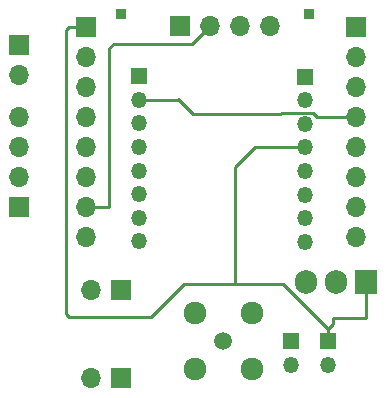
<source format=gbr>
%TF.GenerationSoftware,KiCad,Pcbnew,7.0.7*%
%TF.CreationDate,2024-01-13T12:59:24-05:00*%
%TF.ProjectId,sx7_footprints,7378375f-666f-46f7-9470-72696e74732e,rev?*%
%TF.SameCoordinates,Original*%
%TF.FileFunction,Copper,L3,Inr*%
%TF.FilePolarity,Positive*%
%FSLAX46Y46*%
G04 Gerber Fmt 4.6, Leading zero omitted, Abs format (unit mm)*
G04 Created by KiCad (PCBNEW 7.0.7) date 2024-01-13 12:59:24*
%MOMM*%
%LPD*%
G01*
G04 APERTURE LIST*
%TA.AperFunction,ComponentPad*%
%ADD10R,1.700000X1.700000*%
%TD*%
%TA.AperFunction,ComponentPad*%
%ADD11O,1.700000X1.700000*%
%TD*%
%TA.AperFunction,ComponentPad*%
%ADD12R,0.850000X0.850000*%
%TD*%
%TA.AperFunction,ComponentPad*%
%ADD13R,1.905000X2.000000*%
%TD*%
%TA.AperFunction,ComponentPad*%
%ADD14O,1.905000X2.000000*%
%TD*%
%TA.AperFunction,ComponentPad*%
%ADD15C,1.508000*%
%TD*%
%TA.AperFunction,ComponentPad*%
%ADD16C,1.920000*%
%TD*%
%TA.AperFunction,ComponentPad*%
%ADD17R,1.350000X1.350000*%
%TD*%
%TA.AperFunction,ComponentPad*%
%ADD18O,1.350000X1.350000*%
%TD*%
%TA.AperFunction,Conductor*%
%ADD19C,0.250000*%
%TD*%
G04 APERTURE END LIST*
D10*
%TO.N,N/C*%
%TO.C,PWR*%
X135763000Y-103378000D03*
D11*
X133223000Y-103378000D03*
%TD*%
D12*
%TO.N,N/C*%
%TO.C,REF\u002A\u002A*%
X135763000Y-72517000D03*
%TD*%
D10*
%TO.N,N/C*%
%TO.C,REF\u002A\u002A*%
X127127000Y-75184000D03*
D11*
X127127000Y-77724000D03*
%TD*%
D13*
%TO.N,N/C*%
%TO.C,REF\u002A\u002A*%
X156464000Y-95194000D03*
D14*
X153924000Y-95194000D03*
X151384000Y-95194000D03*
%TD*%
D15*
%TO.N,N/C*%
%TO.C,RF OUT*%
X144399000Y-100203000D03*
D16*
X141999000Y-97803000D03*
X141999000Y-102603000D03*
X146799000Y-102603000D03*
X146799000Y-97803000D03*
%TD*%
D17*
%TO.N,N/C*%
%TO.C,REF\u002A\u002A*%
X151287000Y-77821000D03*
D18*
X151287000Y-79821000D03*
X151287000Y-81821000D03*
X151287000Y-83821000D03*
X151287000Y-85821000D03*
X151287000Y-87821000D03*
X151287000Y-89821000D03*
X151287000Y-91821000D03*
%TD*%
D17*
%TO.N,N/C*%
%TO.C,REF\u002A\u002A*%
X137287000Y-77771000D03*
D18*
X137287000Y-79771000D03*
X137287000Y-81771000D03*
X137287000Y-83771000D03*
X137287000Y-85771000D03*
X137287000Y-87771000D03*
X137287000Y-89771000D03*
X137287000Y-91771000D03*
%TD*%
D10*
%TO.N,N/C*%
%TO.C,REF\u002A\u002A*%
X127127000Y-88890000D03*
D11*
X127127000Y-86350000D03*
X127127000Y-83810000D03*
X127127000Y-81270000D03*
%TD*%
D10*
%TO.N,N/C*%
%TO.C,REF\u002A\u002A*%
X155600400Y-73609200D03*
D11*
X155600400Y-76149200D03*
X155600400Y-78689200D03*
X155600400Y-81229200D03*
X155600400Y-83769200D03*
X155600400Y-86309200D03*
X155600400Y-88849200D03*
X155600400Y-91389200D03*
%TD*%
D12*
%TO.N,N/C*%
%TO.C,REF\u002A\u002A*%
X151638000Y-72517000D03*
%TD*%
D11*
%TO.N,N/C*%
%TO.C,PWR*%
X133223000Y-95885000D03*
D10*
X135763000Y-95885000D03*
%TD*%
D17*
%TO.N,N/C*%
%TO.C,REF\u002A\u002A*%
X153289000Y-100219000D03*
D18*
X153289000Y-102219000D03*
%TD*%
D10*
%TO.N,N/C*%
%TO.C,REF\u002A\u002A*%
X132740400Y-73609200D03*
D11*
X132740400Y-76149200D03*
X132740400Y-78689200D03*
X132740400Y-81229200D03*
X132740400Y-83769200D03*
X132740400Y-86309200D03*
X132740400Y-88849200D03*
X132740400Y-91389200D03*
%TD*%
D10*
%TO.N,N/C*%
%TO.C,REF\u002A\u002A*%
X140716000Y-73533000D03*
D11*
X143256000Y-73533000D03*
X145796000Y-73533000D03*
X148336000Y-73533000D03*
%TD*%
D17*
%TO.N,N/C*%
%TO.C,REF\u002A\u002A*%
X150114000Y-100219000D03*
D18*
X150114000Y-102219000D03*
%TD*%
D19*
%TO.N,*%
X151287000Y-83821000D02*
X147065000Y-83821000D01*
X147065000Y-83821000D02*
X145415000Y-85471000D01*
X149352000Y-80899000D02*
X149225000Y-81026000D01*
X145415000Y-85471000D02*
X145415000Y-95377000D01*
X149225000Y-81026000D02*
X141859000Y-81026000D01*
X155600400Y-81229200D02*
X152349200Y-81229200D01*
X149479000Y-95377000D02*
X153289000Y-99187000D01*
X140574000Y-79771000D02*
X137287000Y-79771000D01*
X131368800Y-73609200D02*
X132740400Y-73609200D01*
X152019000Y-80899000D02*
X149352000Y-80899000D01*
X156464000Y-98298000D02*
X156464000Y-95194000D01*
X153289000Y-99187000D02*
X153670000Y-98806000D01*
X141732000Y-75057000D02*
X135128000Y-75057000D01*
X134747000Y-88900000D02*
X134696200Y-88849200D01*
X141097000Y-95377000D02*
X138303000Y-98171000D01*
X138303000Y-98171000D02*
X131318000Y-98171000D01*
X131064000Y-73914000D02*
X131368800Y-73609200D01*
X134696200Y-88849200D02*
X132740400Y-88849200D01*
X153670000Y-98298000D02*
X156464000Y-98298000D01*
X135128000Y-75057000D02*
X134747000Y-75438000D01*
X145415000Y-95377000D02*
X141097000Y-95377000D01*
X131318000Y-98171000D02*
X131064000Y-97917000D01*
X153670000Y-98806000D02*
X153670000Y-98298000D01*
X153289000Y-99187000D02*
X153289000Y-100219000D01*
X143256000Y-73533000D02*
X141732000Y-75057000D01*
X145415000Y-95377000D02*
X149479000Y-95377000D01*
X151384000Y-95758000D02*
X151384000Y-95194000D01*
X134747000Y-75438000D02*
X134747000Y-88900000D01*
X131064000Y-97917000D02*
X131064000Y-73914000D01*
X141859000Y-81026000D02*
X140589000Y-79756000D01*
X152349200Y-81229200D02*
X152019000Y-80899000D01*
X140589000Y-79756000D02*
X140574000Y-79771000D01*
%TD*%
M02*

</source>
